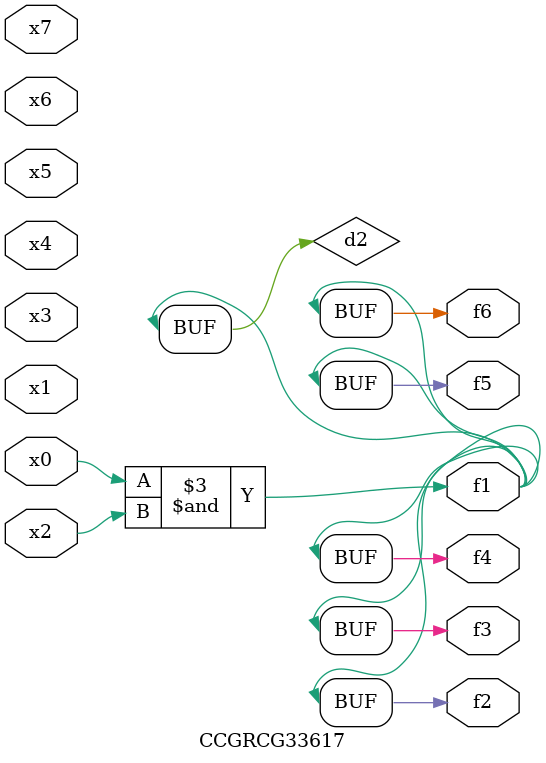
<source format=v>
module CCGRCG33617(
	input x0, x1, x2, x3, x4, x5, x6, x7,
	output f1, f2, f3, f4, f5, f6
);

	wire d1, d2;

	nor (d1, x3, x6);
	and (d2, x0, x2);
	assign f1 = d2;
	assign f2 = d2;
	assign f3 = d2;
	assign f4 = d2;
	assign f5 = d2;
	assign f6 = d2;
endmodule

</source>
